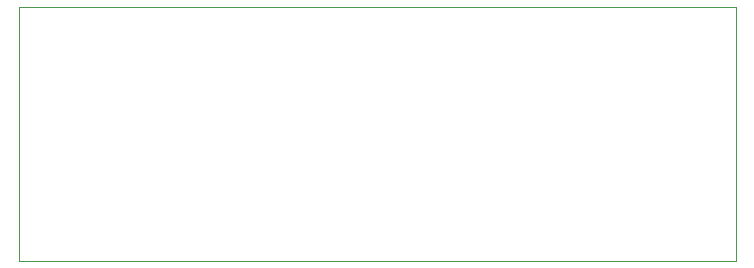
<source format=gm1>
G04 #@! TF.FileFunction,Profile,NP*
%FSLAX46Y46*%
G04 Gerber Fmt 4.6, Leading zero omitted, Abs format (unit mm)*
G04 Created by KiCad (PCBNEW 4.0.7) date Thursday, December 14, 2017 'PMt' 09:42:57 PM*
%MOMM*%
%LPD*%
G01*
G04 APERTURE LIST*
%ADD10C,0.100000*%
G04 APERTURE END LIST*
D10*
X155448000Y-100050600D02*
X216154000Y-100050600D01*
X216154000Y-121564400D02*
X155460700Y-121564400D01*
X155448000Y-100063300D02*
X155448000Y-121577100D01*
X216154000Y-100050600D02*
X216154000Y-121564400D01*
M02*

</source>
